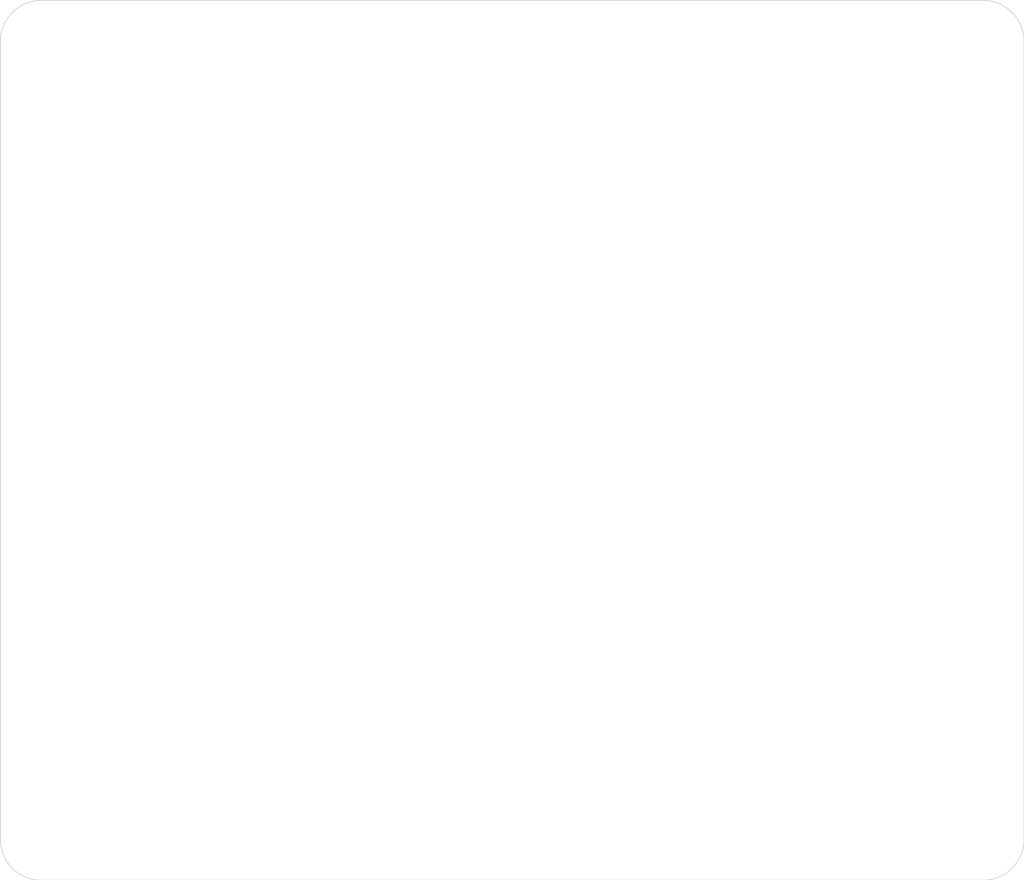
<source format=kicad_pcb>
(kicad_pcb (version 20171130) (host pcbnew "(5.1.9)-1")

  (general
    (thickness 1.6)
    (drawings 8)
    (tracks 0)
    (zones 0)
    (modules 4)
    (nets 1)
  )

  (page A4)
  (layers
    (0 F.Cu signal)
    (31 B.Cu signal)
    (32 B.Adhes user)
    (33 F.Adhes user)
    (34 B.Paste user)
    (35 F.Paste user)
    (36 B.SilkS user)
    (37 F.SilkS user)
    (38 B.Mask user)
    (39 F.Mask user)
    (40 Dwgs.User user)
    (41 Cmts.User user)
    (42 Eco1.User user)
    (43 Eco2.User user)
    (44 Edge.Cuts user)
    (45 Margin user)
    (46 B.CrtYd user)
    (47 F.CrtYd user)
    (48 B.Fab user)
    (49 F.Fab user)
  )

  (setup
    (last_trace_width 0.25)
    (user_trace_width 2.5)
    (trace_clearance 0.6)
    (zone_clearance 0.508)
    (zone_45_only no)
    (trace_min 0.2)
    (via_size 0.8)
    (via_drill 0.4)
    (via_min_size 0.4)
    (via_min_drill 0.3)
    (uvia_size 0.3)
    (uvia_drill 0.1)
    (uvias_allowed no)
    (uvia_min_size 0.2)
    (uvia_min_drill 0.1)
    (edge_width 0.05)
    (segment_width 0.2)
    (pcb_text_width 0.3)
    (pcb_text_size 1.5 1.5)
    (mod_edge_width 0.12)
    (mod_text_size 1 1)
    (mod_text_width 0.15)
    (pad_size 1.524 1.524)
    (pad_drill 0.762)
    (pad_to_mask_clearance 0)
    (aux_axis_origin 0 0)
    (visible_elements 7FFFFFFF)
    (pcbplotparams
      (layerselection 0x010fc_7fffffff)
      (usegerberextensions false)
      (usegerberattributes true)
      (usegerberadvancedattributes true)
      (creategerberjobfile true)
      (excludeedgelayer true)
      (linewidth 0.100000)
      (plotframeref false)
      (viasonmask false)
      (mode 1)
      (useauxorigin false)
      (hpglpennumber 1)
      (hpglpenspeed 20)
      (hpglpendiameter 15.000000)
      (psnegative false)
      (psa4output false)
      (plotreference true)
      (plotvalue true)
      (plotinvisibletext false)
      (padsonsilk false)
      (subtractmaskfromsilk false)
      (outputformat 1)
      (mirror false)
      (drillshape 0)
      (scaleselection 1)
      (outputdirectory "gerber-base/"))
  )

  (net 0 "")

  (net_class Default "This is the default net class."
    (clearance 0.6)
    (trace_width 0.25)
    (via_dia 0.8)
    (via_drill 0.4)
    (uvia_dia 0.3)
    (uvia_drill 0.1)
  )

  (module MountingHole:MountingHole_2.2mm_M2 (layer F.Cu) (tedit 56D1B4CB) (tstamp 6178F848)
    (at 186.69 153.67)
    (descr "Mounting Hole 2.2mm, no annular, M2")
    (tags "mounting hole 2.2mm no annular m2")
    (path /617DACE2)
    (attr virtual)
    (fp_text reference H4 (at 0 -3.2) (layer F.SilkS) hide
      (effects (font (size 1 1) (thickness 0.15)))
    )
    (fp_text value MountingHole (at 0 3.2) (layer F.Fab) hide
      (effects (font (size 1 1) (thickness 0.15)))
    )
    (fp_circle (center 0 0) (end 2.2 0) (layer Cmts.User) (width 0.15))
    (fp_circle (center 0 0) (end 2.45 0) (layer F.CrtYd) (width 0.05))
    (fp_text user %R (at 0.3 0) (layer F.Fab) hide
      (effects (font (size 1 1) (thickness 0.15)))
    )
    (pad 1 np_thru_hole circle (at 0 0) (size 2.2 2.2) (drill 2.2) (layers *.Cu *.Mask))
  )

  (module MountingHole:MountingHole_2.2mm_M2 (layer F.Cu) (tedit 56D1B4CB) (tstamp 6178F840)
    (at 128.27 153.67)
    (descr "Mounting Hole 2.2mm, no annular, M2")
    (tags "mounting hole 2.2mm no annular m2")
    (path /617DAADF)
    (attr virtual)
    (fp_text reference H3 (at 0 -3.2) (layer F.SilkS) hide
      (effects (font (size 1 1) (thickness 0.15)))
    )
    (fp_text value MountingHole (at 0 3.2) (layer F.Fab) hide
      (effects (font (size 1 1) (thickness 0.15)))
    )
    (fp_circle (center 0 0) (end 2.2 0) (layer Cmts.User) (width 0.15))
    (fp_circle (center 0 0) (end 2.45 0) (layer F.CrtYd) (width 0.05))
    (fp_text user %R (at 0.3 0) (layer F.Fab) hide
      (effects (font (size 1 1) (thickness 0.15)))
    )
    (pad 1 np_thru_hole circle (at 0 0) (size 2.2 2.2) (drill 2.2) (layers *.Cu *.Mask))
  )

  (module MountingHole:MountingHole_2.2mm_M2 (layer F.Cu) (tedit 56D1B4CB) (tstamp 6178F838)
    (at 186.69 104.14)
    (descr "Mounting Hole 2.2mm, no annular, M2")
    (tags "mounting hole 2.2mm no annular m2")
    (path /617DA7A4)
    (attr virtual)
    (fp_text reference H2 (at 0 -3.2) (layer F.SilkS) hide
      (effects (font (size 1 1) (thickness 0.15)))
    )
    (fp_text value MountingHole (at 0 3.2) (layer F.Fab) hide
      (effects (font (size 1 1) (thickness 0.15)))
    )
    (fp_circle (center 0 0) (end 2.2 0) (layer Cmts.User) (width 0.15))
    (fp_circle (center 0 0) (end 2.45 0) (layer F.CrtYd) (width 0.05))
    (fp_text user %R (at 0.3 0) (layer F.Fab) hide
      (effects (font (size 1 1) (thickness 0.15)))
    )
    (pad 1 np_thru_hole circle (at 0 0) (size 2.2 2.2) (drill 2.2) (layers *.Cu *.Mask))
  )

  (module MountingHole:MountingHole_2.2mm_M2 (layer F.Cu) (tedit 56D1B4CB) (tstamp 6178F830)
    (at 128.27 104.14)
    (descr "Mounting Hole 2.2mm, no annular, M2")
    (tags "mounting hole 2.2mm no annular m2")
    (path /617D926F)
    (attr virtual)
    (fp_text reference H1 (at 0 -3.2) (layer F.SilkS) hide
      (effects (font (size 1 1) (thickness 0.15)))
    )
    (fp_text value MountingHole (at 0 3.2) (layer F.Fab) hide
      (effects (font (size 1 1) (thickness 0.15)))
    )
    (fp_circle (center 0 0) (end 2.2 0) (layer Cmts.User) (width 0.15))
    (fp_circle (center 0 0) (end 2.45 0) (layer F.CrtYd) (width 0.05))
    (fp_text user %R (at 0.3 0) (layer F.Fab) hide
      (effects (font (size 1 1) (thickness 0.15)))
    )
    (pad 1 np_thru_hole circle (at 0 0) (size 2.2 2.2) (drill 2.2) (layers *.Cu *.Mask))
  )

  (gr_line (start 128.27 101.6) (end 186.69 101.6) (layer Edge.Cuts) (width 0.05) (tstamp 6179077B))
  (gr_line (start 125.73 153.67) (end 125.73 104.14) (layer Edge.Cuts) (width 0.05) (tstamp 6179077A))
  (gr_line (start 186.69 156.21) (end 128.27 156.21) (layer Edge.Cuts) (width 0.05) (tstamp 61790779))
  (gr_line (start 189.23 104.14) (end 189.23 153.67) (layer Edge.Cuts) (width 0.05) (tstamp 61790778))
  (gr_arc (start 186.69 153.67) (end 186.69 156.21) (angle -90) (layer Edge.Cuts) (width 0.05))
  (gr_arc (start 128.27 153.67) (end 125.73 153.67) (angle -90) (layer Edge.Cuts) (width 0.05))
  (gr_arc (start 186.69 104.14) (end 189.23 104.14) (angle -90) (layer Edge.Cuts) (width 0.05))
  (gr_arc (start 128.27 104.14) (end 128.27 101.6) (angle -90) (layer Edge.Cuts) (width 0.05))

)

</source>
